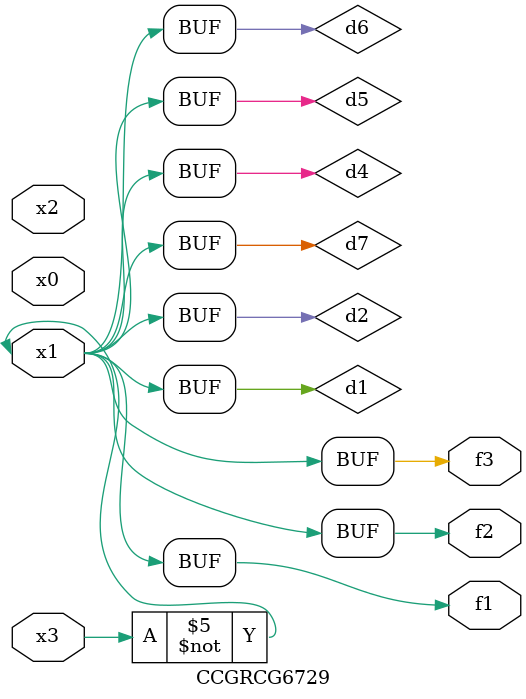
<source format=v>
module CCGRCG6729(
	input x0, x1, x2, x3,
	output f1, f2, f3
);

	wire d1, d2, d3, d4, d5, d6, d7;

	not (d1, x3);
	buf (d2, x1);
	xnor (d3, d1, d2);
	nor (d4, d1);
	buf (d5, d1, d2);
	buf (d6, d4, d5);
	nand (d7, d4);
	assign f1 = d6;
	assign f2 = d7;
	assign f3 = d6;
endmodule

</source>
